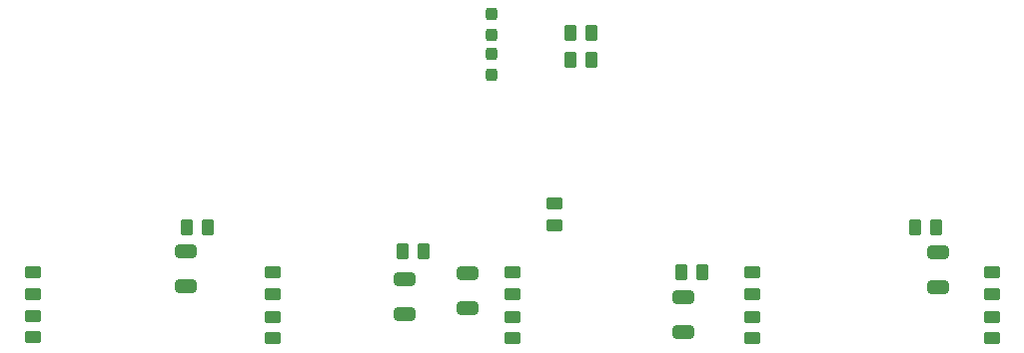
<source format=gbr>
%TF.GenerationSoftware,KiCad,Pcbnew,(7.0.0)*%
%TF.CreationDate,2023-09-21T17:36:51+12:00*%
%TF.ProjectId,SensorBoard,53656e73-6f72-4426-9f61-72642e6b6963,rev?*%
%TF.SameCoordinates,PX60e4b00PY48ab840*%
%TF.FileFunction,Paste,Top*%
%TF.FilePolarity,Positive*%
%FSLAX46Y46*%
G04 Gerber Fmt 4.6, Leading zero omitted, Abs format (unit mm)*
G04 Created by KiCad (PCBNEW (7.0.0)) date 2023-09-21 17:36:51*
%MOMM*%
%LPD*%
G01*
G04 APERTURE LIST*
G04 Aperture macros list*
%AMRoundRect*
0 Rectangle with rounded corners*
0 $1 Rounding radius*
0 $2 $3 $4 $5 $6 $7 $8 $9 X,Y pos of 4 corners*
0 Add a 4 corners polygon primitive as box body*
4,1,4,$2,$3,$4,$5,$6,$7,$8,$9,$2,$3,0*
0 Add four circle primitives for the rounded corners*
1,1,$1+$1,$2,$3*
1,1,$1+$1,$4,$5*
1,1,$1+$1,$6,$7*
1,1,$1+$1,$8,$9*
0 Add four rect primitives between the rounded corners*
20,1,$1+$1,$2,$3,$4,$5,0*
20,1,$1+$1,$4,$5,$6,$7,0*
20,1,$1+$1,$6,$7,$8,$9,0*
20,1,$1+$1,$8,$9,$2,$3,0*%
G04 Aperture macros list end*
%ADD10RoundRect,0.250000X-0.650000X0.325000X-0.650000X-0.325000X0.650000X-0.325000X0.650000X0.325000X0*%
%ADD11RoundRect,0.250000X-0.262500X-0.450000X0.262500X-0.450000X0.262500X0.450000X-0.262500X0.450000X0*%
%ADD12RoundRect,0.250000X0.450000X-0.262500X0.450000X0.262500X-0.450000X0.262500X-0.450000X-0.262500X0*%
%ADD13RoundRect,0.250000X-0.450000X0.262500X-0.450000X-0.262500X0.450000X-0.262500X0.450000X0.262500X0*%
%ADD14RoundRect,0.250000X0.262500X0.450000X-0.262500X0.450000X-0.262500X-0.450000X0.262500X-0.450000X0*%
%ADD15RoundRect,0.237500X-0.237500X0.300000X-0.237500X-0.300000X0.237500X-0.300000X0.237500X0.300000X0*%
%ADD16RoundRect,0.237500X0.237500X-0.300000X0.237500X0.300000X-0.237500X0.300000X-0.237500X-0.300000X0*%
G04 APERTURE END LIST*
D10*
%TO.C,C7*%
X17018000Y11938000D03*
X17018000Y8988000D03*
%TD*%
D11*
%TO.C,R13*%
X78843500Y13970000D03*
X80668500Y13970000D03*
%TD*%
D12*
%TO.C,R7*%
X24384000Y4572000D03*
X24384000Y6397000D03*
%TD*%
D11*
%TO.C,R14*%
X59031500Y10160000D03*
X60856500Y10160000D03*
%TD*%
D13*
%TO.C,R8*%
X24384000Y10160000D03*
X24384000Y8335000D03*
%TD*%
D12*
%TO.C,R3*%
X65024000Y4572000D03*
X65024000Y6397000D03*
%TD*%
%TO.C,R5*%
X44704000Y4572000D03*
X44704000Y6397000D03*
%TD*%
D11*
%TO.C,R12*%
X49633500Y30480000D03*
X51458500Y30480000D03*
%TD*%
D14*
%TO.C,R17*%
X18946500Y13970000D03*
X17121500Y13970000D03*
%TD*%
D13*
%TO.C,R2*%
X85344000Y10160000D03*
X85344000Y8335000D03*
%TD*%
D10*
%TO.C,C5*%
X40894000Y10111000D03*
X40894000Y7161000D03*
%TD*%
%TO.C,C6*%
X35560000Y9603000D03*
X35560000Y6653000D03*
%TD*%
D12*
%TO.C,R1*%
X85344000Y4572000D03*
X85344000Y6397000D03*
%TD*%
D14*
%TO.C,R16*%
X37234500Y11938000D03*
X35409500Y11938000D03*
%TD*%
D10*
%TO.C,C4*%
X59182000Y8079000D03*
X59182000Y5129000D03*
%TD*%
D11*
%TO.C,R11*%
X49633500Y28194000D03*
X51458500Y28194000D03*
%TD*%
D13*
%TO.C,R15*%
X48260000Y16002000D03*
X48260000Y14177000D03*
%TD*%
D10*
%TO.C,C3*%
X80772000Y11889000D03*
X80772000Y8939000D03*
%TD*%
D12*
%TO.C,R9*%
X4064000Y4675500D03*
X4064000Y6500500D03*
%TD*%
D15*
%TO.C,C1*%
X42926000Y28702000D03*
X42926000Y26977000D03*
%TD*%
D16*
%TO.C,C2*%
X42926000Y30379500D03*
X42926000Y32104500D03*
%TD*%
D13*
%TO.C,R4*%
X65024000Y10160000D03*
X65024000Y8335000D03*
%TD*%
%TO.C,R6*%
X44704000Y10160000D03*
X44704000Y8335000D03*
%TD*%
%TO.C,R10*%
X4064000Y10160000D03*
X4064000Y8335000D03*
%TD*%
M02*

</source>
